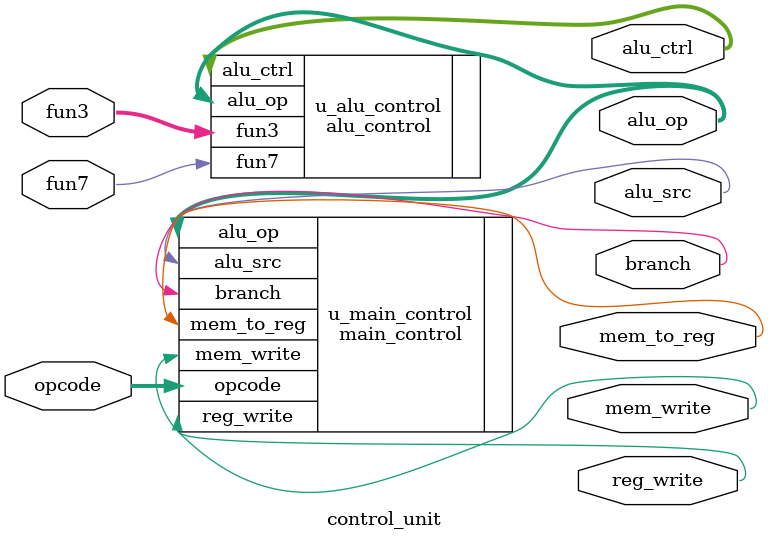
<source format=sv>
`timescale 1ns / 1ps

module control_unit (
    input [6:0] opcode,          // 7-bit opcode from the instruction
    input fun7,                   // 5th bit of the funct7 field
    input [2:0] fun3,             // funct3 field
    output logic reg_write,       // Enables writing data to register
    output logic mem_write,       // Enables writing data to memory
    output logic mem_to_reg,      // Selects data source for writing back to register
    output logic [1:0] alu_op,    // ALU operation control
    output logic alu_src,         // ALU operand source (immediate or register)
    output logic branch,          // Indicates branch instruction
    output logic [3:0] alu_ctrl   // 4-bit ALU control signal
);

    // Instantiate the Main Control Unit
    main_control u_main_control (
        .opcode(opcode),
        .reg_write(reg_write),
        .mem_write(mem_write),
        .mem_to_reg(mem_to_reg),
        .alu_op(alu_op),
        .alu_src(alu_src),
        .branch(branch)
    );

    // Instantiate the ALU Control Unit
    alu_control u_alu_control (
        .alu_op(alu_op),
        .fun7(fun7),
        .fun3(fun3),
        .alu_ctrl(alu_ctrl)
    );

endmodule

</source>
